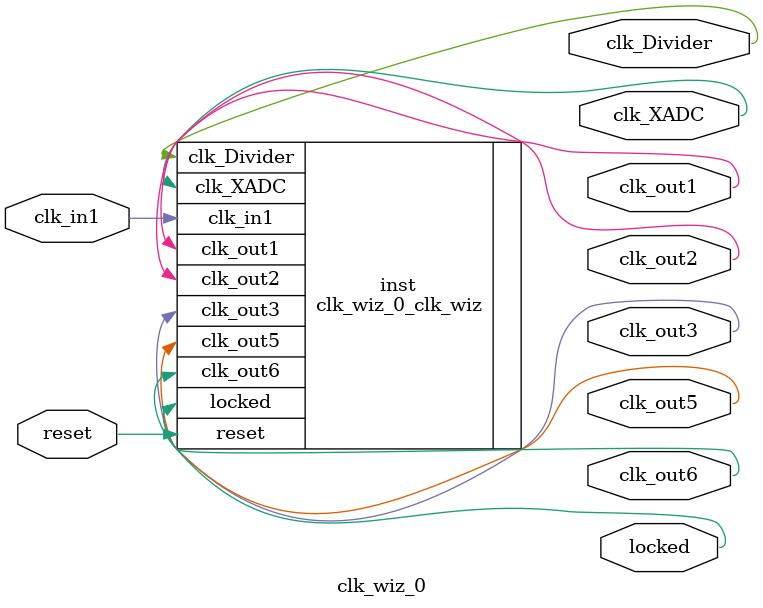
<source format=v>


`timescale 1ps/1ps

(* CORE_GENERATION_INFO = "clk_wiz_0,clk_wiz_v6_0_2_0_0,{component_name=clk_wiz_0,use_phase_alignment=true,use_min_o_jitter=false,use_max_i_jitter=false,use_dyn_phase_shift=false,use_inclk_switchover=false,use_dyn_reconfig=false,enable_axi=0,feedback_source=FDBK_AUTO,PRIMITIVE=MMCM,num_out_clk=7,clkin1_period=20.000,clkin2_period=10.0,use_power_down=false,use_reset=true,use_locked=true,use_inclk_stopped=false,feedback_type=SINGLE,CLOCK_MGR_TYPE=NA,manual_override=false}" *)

module clk_wiz_0 
 (
  // Clock out ports
  output        clk_out1,
  output        clk_out2,
  output        clk_out3,
  output        clk_Divider,
  output        clk_out5,
  output        clk_out6,
  output        clk_XADC,
  // Status and control signals
  input         reset,
  output        locked,
 // Clock in ports
  input         clk_in1
 );

  clk_wiz_0_clk_wiz inst
  (
  // Clock out ports  
  .clk_out1(clk_out1),
  .clk_out2(clk_out2),
  .clk_out3(clk_out3),
  .clk_Divider(clk_Divider),
  .clk_out5(clk_out5),
  .clk_out6(clk_out6),
  .clk_XADC(clk_XADC),
  // Status and control signals               
  .reset(reset), 
  .locked(locked),
 // Clock in ports
  .clk_in1(clk_in1)
  );

endmodule

</source>
